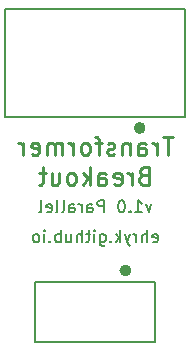
<source format=gbr>
G04 #@! TF.FileFunction,Legend,Bot*
%FSLAX46Y46*%
G04 Gerber Fmt 4.6, Leading zero omitted, Abs format (unit mm)*
G04 Created by KiCad (PCBNEW 4.0.4-stable) date 12/11/17 19:52:28*
%MOMM*%
%LPD*%
G01*
G04 APERTURE LIST*
%ADD10C,0.100000*%
%ADD11C,0.500000*%
%ADD12C,0.150000*%
%ADD13C,0.250000*%
G04 APERTURE END LIST*
D10*
D11*
X150114000Y-106997500D02*
G75*
G03X150114000Y-106997500I-254000J0D01*
G01*
X151320500Y-94932500D02*
G75*
G03X151320500Y-94932500I-254000J0D01*
G01*
D12*
X152177142Y-104544762D02*
X152272380Y-104592381D01*
X152462857Y-104592381D01*
X152558095Y-104544762D01*
X152605714Y-104449524D01*
X152605714Y-104068571D01*
X152558095Y-103973333D01*
X152462857Y-103925714D01*
X152272380Y-103925714D01*
X152177142Y-103973333D01*
X152129523Y-104068571D01*
X152129523Y-104163810D01*
X152605714Y-104259048D01*
X151700952Y-104592381D02*
X151700952Y-103592381D01*
X151272380Y-104592381D02*
X151272380Y-104068571D01*
X151319999Y-103973333D01*
X151415237Y-103925714D01*
X151558095Y-103925714D01*
X151653333Y-103973333D01*
X151700952Y-104020952D01*
X150796190Y-104592381D02*
X150796190Y-103925714D01*
X150796190Y-104116190D02*
X150748571Y-104020952D01*
X150700952Y-103973333D01*
X150605714Y-103925714D01*
X150510475Y-103925714D01*
X150272380Y-103925714D02*
X150034285Y-104592381D01*
X149796189Y-103925714D02*
X150034285Y-104592381D01*
X150129523Y-104830476D01*
X150177142Y-104878095D01*
X150272380Y-104925714D01*
X149415237Y-104592381D02*
X149415237Y-103592381D01*
X149319999Y-104211429D02*
X149034284Y-104592381D01*
X149034284Y-103925714D02*
X149415237Y-104306667D01*
X148605713Y-104497143D02*
X148558094Y-104544762D01*
X148605713Y-104592381D01*
X148653332Y-104544762D01*
X148605713Y-104497143D01*
X148605713Y-104592381D01*
X147700951Y-103925714D02*
X147700951Y-104735238D01*
X147748570Y-104830476D01*
X147796189Y-104878095D01*
X147891428Y-104925714D01*
X148034285Y-104925714D01*
X148129523Y-104878095D01*
X147700951Y-104544762D02*
X147796189Y-104592381D01*
X147986666Y-104592381D01*
X148081904Y-104544762D01*
X148129523Y-104497143D01*
X148177142Y-104401905D01*
X148177142Y-104116190D01*
X148129523Y-104020952D01*
X148081904Y-103973333D01*
X147986666Y-103925714D01*
X147796189Y-103925714D01*
X147700951Y-103973333D01*
X147224761Y-104592381D02*
X147224761Y-103925714D01*
X147224761Y-103592381D02*
X147272380Y-103640000D01*
X147224761Y-103687619D01*
X147177142Y-103640000D01*
X147224761Y-103592381D01*
X147224761Y-103687619D01*
X146891428Y-103925714D02*
X146510476Y-103925714D01*
X146748571Y-103592381D02*
X146748571Y-104449524D01*
X146700952Y-104544762D01*
X146605714Y-104592381D01*
X146510476Y-104592381D01*
X146177142Y-104592381D02*
X146177142Y-103592381D01*
X145748570Y-104592381D02*
X145748570Y-104068571D01*
X145796189Y-103973333D01*
X145891427Y-103925714D01*
X146034285Y-103925714D01*
X146129523Y-103973333D01*
X146177142Y-104020952D01*
X144843808Y-103925714D02*
X144843808Y-104592381D01*
X145272380Y-103925714D02*
X145272380Y-104449524D01*
X145224761Y-104544762D01*
X145129523Y-104592381D01*
X144986665Y-104592381D01*
X144891427Y-104544762D01*
X144843808Y-104497143D01*
X144367618Y-104592381D02*
X144367618Y-103592381D01*
X144367618Y-103973333D02*
X144272380Y-103925714D01*
X144081903Y-103925714D01*
X143986665Y-103973333D01*
X143939046Y-104020952D01*
X143891427Y-104116190D01*
X143891427Y-104401905D01*
X143939046Y-104497143D01*
X143986665Y-104544762D01*
X144081903Y-104592381D01*
X144272380Y-104592381D01*
X144367618Y-104544762D01*
X143462856Y-104497143D02*
X143415237Y-104544762D01*
X143462856Y-104592381D01*
X143510475Y-104544762D01*
X143462856Y-104497143D01*
X143462856Y-104592381D01*
X142986666Y-104592381D02*
X142986666Y-103925714D01*
X142986666Y-103592381D02*
X143034285Y-103640000D01*
X142986666Y-103687619D01*
X142939047Y-103640000D01*
X142986666Y-103592381D01*
X142986666Y-103687619D01*
X142367619Y-104592381D02*
X142462857Y-104544762D01*
X142510476Y-104497143D01*
X142558095Y-104401905D01*
X142558095Y-104116190D01*
X142510476Y-104020952D01*
X142462857Y-103973333D01*
X142367619Y-103925714D01*
X142224761Y-103925714D01*
X142129523Y-103973333D01*
X142081904Y-104020952D01*
X142034285Y-104116190D01*
X142034285Y-104401905D01*
X142081904Y-104497143D01*
X142129523Y-104544762D01*
X142224761Y-104592381D01*
X142367619Y-104592381D01*
D13*
X151391428Y-98952857D02*
X151177142Y-99024286D01*
X151105714Y-99095714D01*
X151034285Y-99238571D01*
X151034285Y-99452857D01*
X151105714Y-99595714D01*
X151177142Y-99667143D01*
X151320000Y-99738571D01*
X151891428Y-99738571D01*
X151891428Y-98238571D01*
X151391428Y-98238571D01*
X151248571Y-98310000D01*
X151177142Y-98381429D01*
X151105714Y-98524286D01*
X151105714Y-98667143D01*
X151177142Y-98810000D01*
X151248571Y-98881429D01*
X151391428Y-98952857D01*
X151891428Y-98952857D01*
X150391428Y-99738571D02*
X150391428Y-98738571D01*
X150391428Y-99024286D02*
X150320000Y-98881429D01*
X150248571Y-98810000D01*
X150105714Y-98738571D01*
X149962857Y-98738571D01*
X148891429Y-99667143D02*
X149034286Y-99738571D01*
X149320000Y-99738571D01*
X149462857Y-99667143D01*
X149534286Y-99524286D01*
X149534286Y-98952857D01*
X149462857Y-98810000D01*
X149320000Y-98738571D01*
X149034286Y-98738571D01*
X148891429Y-98810000D01*
X148820000Y-98952857D01*
X148820000Y-99095714D01*
X149534286Y-99238571D01*
X147534286Y-99738571D02*
X147534286Y-98952857D01*
X147605715Y-98810000D01*
X147748572Y-98738571D01*
X148034286Y-98738571D01*
X148177143Y-98810000D01*
X147534286Y-99667143D02*
X147677143Y-99738571D01*
X148034286Y-99738571D01*
X148177143Y-99667143D01*
X148248572Y-99524286D01*
X148248572Y-99381429D01*
X148177143Y-99238571D01*
X148034286Y-99167143D01*
X147677143Y-99167143D01*
X147534286Y-99095714D01*
X146820000Y-99738571D02*
X146820000Y-98238571D01*
X146677143Y-99167143D02*
X146248572Y-99738571D01*
X146248572Y-98738571D02*
X146820000Y-99310000D01*
X145391428Y-99738571D02*
X145534286Y-99667143D01*
X145605714Y-99595714D01*
X145677143Y-99452857D01*
X145677143Y-99024286D01*
X145605714Y-98881429D01*
X145534286Y-98810000D01*
X145391428Y-98738571D01*
X145177143Y-98738571D01*
X145034286Y-98810000D01*
X144962857Y-98881429D01*
X144891428Y-99024286D01*
X144891428Y-99452857D01*
X144962857Y-99595714D01*
X145034286Y-99667143D01*
X145177143Y-99738571D01*
X145391428Y-99738571D01*
X143605714Y-98738571D02*
X143605714Y-99738571D01*
X144248571Y-98738571D02*
X144248571Y-99524286D01*
X144177143Y-99667143D01*
X144034285Y-99738571D01*
X143820000Y-99738571D01*
X143677143Y-99667143D01*
X143605714Y-99595714D01*
X143105714Y-98738571D02*
X142534285Y-98738571D01*
X142891428Y-98238571D02*
X142891428Y-99524286D01*
X142820000Y-99667143D01*
X142677142Y-99738571D01*
X142534285Y-99738571D01*
D12*
X152058096Y-101385714D02*
X151820001Y-102052381D01*
X151581905Y-101385714D01*
X150677143Y-102052381D02*
X151248572Y-102052381D01*
X150962858Y-102052381D02*
X150962858Y-101052381D01*
X151058096Y-101195238D01*
X151153334Y-101290476D01*
X151248572Y-101338095D01*
X150248572Y-101957143D02*
X150200953Y-102004762D01*
X150248572Y-102052381D01*
X150296191Y-102004762D01*
X150248572Y-101957143D01*
X150248572Y-102052381D01*
X149581906Y-101052381D02*
X149486667Y-101052381D01*
X149391429Y-101100000D01*
X149343810Y-101147619D01*
X149296191Y-101242857D01*
X149248572Y-101433333D01*
X149248572Y-101671429D01*
X149296191Y-101861905D01*
X149343810Y-101957143D01*
X149391429Y-102004762D01*
X149486667Y-102052381D01*
X149581906Y-102052381D01*
X149677144Y-102004762D01*
X149724763Y-101957143D01*
X149772382Y-101861905D01*
X149820001Y-101671429D01*
X149820001Y-101433333D01*
X149772382Y-101242857D01*
X149724763Y-101147619D01*
X149677144Y-101100000D01*
X149581906Y-101052381D01*
X148058096Y-102052381D02*
X148058096Y-101052381D01*
X147677143Y-101052381D01*
X147581905Y-101100000D01*
X147534286Y-101147619D01*
X147486667Y-101242857D01*
X147486667Y-101385714D01*
X147534286Y-101480952D01*
X147581905Y-101528571D01*
X147677143Y-101576190D01*
X148058096Y-101576190D01*
X146629524Y-102052381D02*
X146629524Y-101528571D01*
X146677143Y-101433333D01*
X146772381Y-101385714D01*
X146962858Y-101385714D01*
X147058096Y-101433333D01*
X146629524Y-102004762D02*
X146724762Y-102052381D01*
X146962858Y-102052381D01*
X147058096Y-102004762D01*
X147105715Y-101909524D01*
X147105715Y-101814286D01*
X147058096Y-101719048D01*
X146962858Y-101671429D01*
X146724762Y-101671429D01*
X146629524Y-101623810D01*
X146153334Y-102052381D02*
X146153334Y-101385714D01*
X146153334Y-101576190D02*
X146105715Y-101480952D01*
X146058096Y-101433333D01*
X145962858Y-101385714D01*
X145867619Y-101385714D01*
X145105714Y-102052381D02*
X145105714Y-101528571D01*
X145153333Y-101433333D01*
X145248571Y-101385714D01*
X145439048Y-101385714D01*
X145534286Y-101433333D01*
X145105714Y-102004762D02*
X145200952Y-102052381D01*
X145439048Y-102052381D01*
X145534286Y-102004762D01*
X145581905Y-101909524D01*
X145581905Y-101814286D01*
X145534286Y-101719048D01*
X145439048Y-101671429D01*
X145200952Y-101671429D01*
X145105714Y-101623810D01*
X144486667Y-102052381D02*
X144581905Y-102004762D01*
X144629524Y-101909524D01*
X144629524Y-101052381D01*
X143962857Y-102052381D02*
X144058095Y-102004762D01*
X144105714Y-101909524D01*
X144105714Y-101052381D01*
X143200951Y-102004762D02*
X143296189Y-102052381D01*
X143486666Y-102052381D01*
X143581904Y-102004762D01*
X143629523Y-101909524D01*
X143629523Y-101528571D01*
X143581904Y-101433333D01*
X143486666Y-101385714D01*
X143296189Y-101385714D01*
X143200951Y-101433333D01*
X143153332Y-101528571D01*
X143153332Y-101623810D01*
X143629523Y-101719048D01*
X142581904Y-102052381D02*
X142677142Y-102004762D01*
X142724761Y-101909524D01*
X142724761Y-101052381D01*
D13*
X153855714Y-95698571D02*
X152998571Y-95698571D01*
X153427142Y-97198571D02*
X153427142Y-95698571D01*
X152498571Y-97198571D02*
X152498571Y-96198571D01*
X152498571Y-96484286D02*
X152427143Y-96341429D01*
X152355714Y-96270000D01*
X152212857Y-96198571D01*
X152070000Y-96198571D01*
X150927143Y-97198571D02*
X150927143Y-96412857D01*
X150998572Y-96270000D01*
X151141429Y-96198571D01*
X151427143Y-96198571D01*
X151570000Y-96270000D01*
X150927143Y-97127143D02*
X151070000Y-97198571D01*
X151427143Y-97198571D01*
X151570000Y-97127143D01*
X151641429Y-96984286D01*
X151641429Y-96841429D01*
X151570000Y-96698571D01*
X151427143Y-96627143D01*
X151070000Y-96627143D01*
X150927143Y-96555714D01*
X150212857Y-96198571D02*
X150212857Y-97198571D01*
X150212857Y-96341429D02*
X150141429Y-96270000D01*
X149998571Y-96198571D01*
X149784286Y-96198571D01*
X149641429Y-96270000D01*
X149570000Y-96412857D01*
X149570000Y-97198571D01*
X148927143Y-97127143D02*
X148784286Y-97198571D01*
X148498571Y-97198571D01*
X148355714Y-97127143D01*
X148284286Y-96984286D01*
X148284286Y-96912857D01*
X148355714Y-96770000D01*
X148498571Y-96698571D01*
X148712857Y-96698571D01*
X148855714Y-96627143D01*
X148927143Y-96484286D01*
X148927143Y-96412857D01*
X148855714Y-96270000D01*
X148712857Y-96198571D01*
X148498571Y-96198571D01*
X148355714Y-96270000D01*
X147855714Y-96198571D02*
X147284285Y-96198571D01*
X147641428Y-97198571D02*
X147641428Y-95912857D01*
X147570000Y-95770000D01*
X147427142Y-95698571D01*
X147284285Y-95698571D01*
X146569999Y-97198571D02*
X146712857Y-97127143D01*
X146784285Y-97055714D01*
X146855714Y-96912857D01*
X146855714Y-96484286D01*
X146784285Y-96341429D01*
X146712857Y-96270000D01*
X146569999Y-96198571D01*
X146355714Y-96198571D01*
X146212857Y-96270000D01*
X146141428Y-96341429D01*
X146069999Y-96484286D01*
X146069999Y-96912857D01*
X146141428Y-97055714D01*
X146212857Y-97127143D01*
X146355714Y-97198571D01*
X146569999Y-97198571D01*
X145427142Y-97198571D02*
X145427142Y-96198571D01*
X145427142Y-96484286D02*
X145355714Y-96341429D01*
X145284285Y-96270000D01*
X145141428Y-96198571D01*
X144998571Y-96198571D01*
X144498571Y-97198571D02*
X144498571Y-96198571D01*
X144498571Y-96341429D02*
X144427143Y-96270000D01*
X144284285Y-96198571D01*
X144070000Y-96198571D01*
X143927143Y-96270000D01*
X143855714Y-96412857D01*
X143855714Y-97198571D01*
X143855714Y-96412857D02*
X143784285Y-96270000D01*
X143641428Y-96198571D01*
X143427143Y-96198571D01*
X143284285Y-96270000D01*
X143212857Y-96412857D01*
X143212857Y-97198571D01*
X141927143Y-97127143D02*
X142070000Y-97198571D01*
X142355714Y-97198571D01*
X142498571Y-97127143D01*
X142570000Y-96984286D01*
X142570000Y-96412857D01*
X142498571Y-96270000D01*
X142355714Y-96198571D01*
X142070000Y-96198571D01*
X141927143Y-96270000D01*
X141855714Y-96412857D01*
X141855714Y-96555714D01*
X142570000Y-96698571D01*
X141212857Y-97198571D02*
X141212857Y-96198571D01*
X141212857Y-96484286D02*
X141141429Y-96341429D01*
X141070000Y-96270000D01*
X140927143Y-96198571D01*
X140784286Y-96198571D01*
D12*
X139700000Y-93726000D02*
X139700000Y-93980000D01*
X154940000Y-93726000D02*
X154940000Y-93980000D01*
X139700000Y-84836000D02*
X154940000Y-84836000D01*
X154940000Y-84836000D02*
X154940000Y-93726000D01*
X154940000Y-93980000D02*
X139700000Y-93980000D01*
X139700000Y-93726000D02*
X139700000Y-84836000D01*
X152400000Y-113030000D02*
X142240000Y-113030000D01*
X142240000Y-113030000D02*
X142240000Y-107950000D01*
X142240000Y-107950000D02*
X152400000Y-107950000D01*
X152400000Y-107950000D02*
X152400000Y-113030000D01*
M02*

</source>
